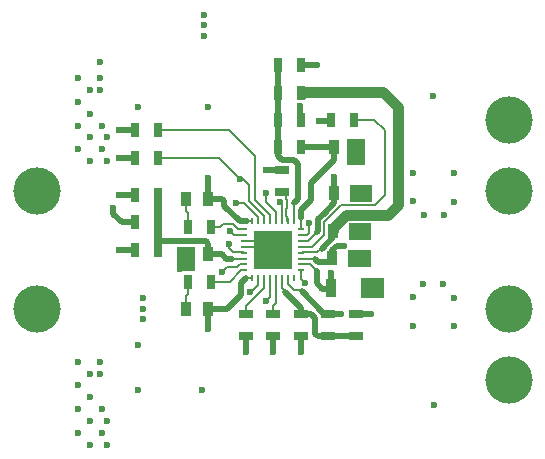
<source format=gbl>
G04*
G04 #@! TF.GenerationSoftware,Altium Limited,Altium Designer,18.0.12 (696)*
G04*
G04 Layer_Physical_Order=6*
G04 Layer_Color=16711680*
%FSLAX44Y44*%
%MOMM*%
G71*
G01*
G75*
%ADD10C,0.2000*%
%ADD23C,0.5000*%
%ADD24C,4.0000*%
%ADD25C,0.6000*%
%ADD31R,3.3000X3.3000*%
%ADD32R,0.6000X0.2300*%
%ADD33R,0.2300X0.6000*%
%ADD34R,1.3000X0.7000*%
%ADD35R,0.9000X1.6000*%
%ADD36R,0.9000X1.3000*%
%ADD37R,0.7000X1.3000*%
%ADD38C,0.9000*%
%ADD39C,0.7000*%
G36*
X328000Y344000D02*
Y322000D01*
X313000Y322000D01*
Y344000D01*
X328000Y344000D01*
D02*
G37*
G36*
X334000Y290559D02*
X315000D01*
Y305000D01*
X334000D01*
Y290559D01*
D02*
G37*
G36*
X333500Y258000D02*
X314500D01*
Y272421D01*
X314523Y272444D01*
X333500D01*
Y258000D01*
D02*
G37*
G36*
X333000Y235000D02*
X314000D01*
Y250000D01*
X333000D01*
Y235000D01*
D02*
G37*
G36*
X184000Y231500D02*
X173000D01*
Y231400D01*
X169000D01*
Y252412D01*
X184000D01*
Y231500D01*
D02*
G37*
G36*
X344000Y209000D02*
X325000D01*
Y226000D01*
X344000D01*
Y209000D01*
D02*
G37*
D10*
X335600Y360000D02*
X344700Y350900D01*
Y296000D02*
Y350900D01*
X336200Y287500D02*
X344700Y296000D01*
X216300Y248000D02*
X225500D01*
X213300Y251000D02*
X216300Y248000D01*
X225500D02*
X226000Y247500D01*
X261500Y285057D02*
X262000Y285557D01*
X257500Y274000D02*
Y288500D01*
X256000Y290000D02*
X257500Y288500D01*
X262000Y285557D02*
Y292485D01*
X261500Y292985D02*
Y297307D01*
Y292985D02*
X262000Y292485D01*
X258000Y298500D02*
X259193Y297307D01*
X261500D01*
X207915Y271400D02*
X216485D01*
X220385Y267500D01*
X226000D01*
X205515Y269000D02*
X207915Y271400D01*
X214000Y265400D02*
X216900Y262500D01*
X197500Y269000D02*
X205515D01*
X219000Y289400D02*
X225500D01*
X229800Y291243D02*
X229858D01*
X242500Y278601D01*
Y274000D02*
Y278601D01*
X230299Y284601D02*
X234893Y280007D01*
X230299Y284601D02*
X230299D01*
X225500Y289400D02*
X230299Y284601D01*
X235000Y291800D02*
X247500Y279300D01*
Y274000D02*
Y279300D01*
X237500Y274000D02*
Y277393D01*
X234893Y280000D02*
X237500Y277393D01*
X234893Y280000D02*
Y280007D01*
X235000Y291800D02*
Y329000D01*
X244000Y290271D02*
X252500Y281770D01*
Y274000D02*
Y281770D01*
X213000Y351000D02*
X235000Y329000D01*
X261500Y278622D02*
Y285057D01*
X244000Y290271D02*
Y298000D01*
X243330D02*
X244000D01*
X267500Y274000D02*
Y289100D01*
X262400Y274100D02*
Y277722D01*
X261500Y278622D02*
X262400Y277722D01*
X274500Y248000D02*
X287678D01*
X274000Y247500D02*
X274500Y248000D01*
X287700Y247978D02*
X287700D01*
X287678Y248000D02*
X287700Y247978D01*
X287700D02*
X290686Y250964D01*
X274000Y242500D02*
X285400D01*
X290686Y250964D02*
X291464D01*
X278500Y262500D02*
X280500Y264500D01*
X274000Y262500D02*
X278500D01*
X280500Y264500D02*
Y272700D01*
X293500Y273343D02*
X295257Y275100D01*
X293500Y262500D02*
Y273343D01*
X283500Y252500D02*
X293500Y262500D01*
X295278Y275100D02*
X307000Y286822D01*
X295257Y275100D02*
X295278D01*
X307000Y286822D02*
Y287000D01*
X279500Y257500D02*
X287000Y265000D01*
X274000Y252500D02*
X283500D01*
X307000Y287000D02*
X307500Y287500D01*
X317500Y360000D02*
X335600D01*
X274000Y267500D02*
Y276700D01*
Y257500D02*
X279500D01*
X307500Y287500D02*
X336200D01*
X273600Y215700D02*
X274700Y214600D01*
X267636Y215700D02*
X273600D01*
X262500Y220836D02*
X267636Y215700D01*
X262500Y220836D02*
Y226000D01*
X215200Y242500D02*
X226000D01*
X213300Y251000D02*
Y255200D01*
X274000Y242500D02*
X274000Y242500D01*
X242500Y217500D02*
Y226000D01*
X227000Y202000D02*
X242500Y217500D01*
X257500Y217300D02*
X260200Y214600D01*
X257500Y217300D02*
Y226000D01*
X257400Y225900D02*
X257500Y226000D01*
X252500Y204500D02*
Y226000D01*
X250000Y202000D02*
X252500Y204500D01*
X250000Y195500D02*
Y202000D01*
X230300Y214900D02*
X231300Y213900D01*
X207300Y231300D02*
X211172Y235172D01*
X207000Y231300D02*
X207300D01*
X197500Y223000D02*
X213414D01*
X222914Y232500D01*
X242500Y257500D02*
X247500Y252500D01*
X250000Y250000D01*
X226000Y252500D02*
X247500D01*
X226000Y257500D02*
X242500D01*
X216900Y262500D02*
X226000D01*
X220057Y235300D02*
X222257Y237500D01*
X211300Y235300D02*
X220057D01*
X222914Y232500D02*
X226000D01*
X222257Y237500D02*
X226000D01*
X178500Y212600D02*
Y223000D01*
X176500Y210600D02*
X178500Y212600D01*
X176500Y200000D02*
Y210600D01*
X226000Y262500D02*
X226000Y262500D01*
X178500Y269000D02*
Y281100D01*
X176500Y283100D02*
X178500Y281100D01*
X176500Y283100D02*
Y293000D01*
X227900Y274000D02*
X232500D01*
X227300Y226000D02*
X232500D01*
X257500Y274000D02*
X257600Y274100D01*
X262400D02*
X262500Y274000D01*
X211172Y235172D02*
X211300Y235300D01*
X229800Y291243D02*
Y304700D01*
X204000Y328000D02*
X222300Y309700D01*
Y309400D02*
X225100D01*
X229800Y304700D01*
X222300Y309400D02*
Y309700D01*
X152500Y351000D02*
X213000D01*
X237500Y220100D02*
Y226000D01*
X231300Y213900D02*
X237500Y220100D01*
X230300Y214500D02*
Y214900D01*
X152500Y328000D02*
X204000D01*
X274000Y267500D02*
X274000Y267500D01*
X281500Y237500D02*
X287000Y232000D01*
X274000Y237500D02*
X281500D01*
X274000Y225000D02*
X277000Y222000D01*
X274000Y225000D02*
Y232500D01*
X244500Y206500D02*
X247500Y209500D01*
Y226000D01*
X227000Y195500D02*
Y202000D01*
X211172Y235172D02*
X211172D01*
D23*
X207000Y293000D02*
X209000Y291000D01*
Y287000D02*
Y291000D01*
Y287000D02*
X222000Y274000D01*
X195500Y293000D02*
X207000D01*
X222000Y274000D02*
X227900D01*
X122000Y273000D02*
X133500D01*
X115000Y280000D02*
X122000Y273000D01*
X115000Y280000D02*
Y285000D01*
X282000Y306500D02*
X301500Y326000D01*
X282000Y291700D02*
Y306500D01*
X273947Y283647D02*
X282000Y291700D01*
X273947Y276753D02*
Y283647D01*
X254500Y337000D02*
Y383000D01*
X271400Y293000D02*
Y322600D01*
X267500Y289100D02*
X271400Y293000D01*
X288300Y239600D02*
X297500D01*
X285400Y242500D02*
X288300Y239600D01*
X297500D02*
X300500Y242600D01*
X304400Y253200D02*
X309900D01*
X300500Y249300D02*
X304400Y253200D01*
X300500Y242600D02*
Y249300D01*
X301500Y326000D02*
Y336600D01*
X301100Y337000D02*
X301500Y336600D01*
X273500Y337000D02*
X301100D01*
X268000Y326000D02*
X271400Y322600D01*
X288000Y266000D02*
Y275621D01*
X287000Y265000D02*
X288000Y266000D01*
Y275621D02*
X292979Y280600D01*
X293000D02*
X301500Y289100D01*
X292979Y280600D02*
X293000D01*
X301500Y289100D02*
Y297600D01*
X293700Y195600D02*
X307200D01*
X289500Y359100D02*
X299000D01*
X299500Y359600D01*
X273400Y360100D02*
Y371500D01*
Y360100D02*
X273500Y360000D01*
X274700Y214600D02*
X293700Y195600D01*
X210500Y242500D02*
X215200D01*
X152500Y257000D02*
X193000D01*
X207000Y246000D02*
X210500Y242500D01*
X152500Y250000D02*
Y257000D01*
X193000D02*
X195500Y254500D01*
Y246000D02*
Y254500D01*
Y246000D02*
X207000D01*
X291464Y250964D02*
X301000Y260500D01*
Y265600D01*
X273500Y383000D02*
X276400D01*
X254500D02*
Y406000D01*
X274000Y195500D02*
Y200200D01*
X262650Y211550D02*
X274000Y200200D01*
X260200Y214000D02*
X262650Y211550D01*
X262650D01*
X286000Y178500D02*
X288000Y176500D01*
X286000Y178500D02*
Y192000D01*
X282500Y195500D02*
X286000Y192000D01*
X288000Y176500D02*
X297000D01*
X222800Y212000D02*
Y221500D01*
X210800Y200000D02*
X222800Y212000D01*
X195500Y200000D02*
X210800D01*
X222800Y221500D02*
X227300Y226000D01*
X273500Y406000D02*
X287000D01*
X244500Y317500D02*
X258000D01*
X320000Y195500D02*
X333500D01*
X250000Y163000D02*
Y176500D01*
X301500Y297600D02*
Y311100D01*
X274000Y163000D02*
Y176500D01*
X227000Y163000D02*
Y176500D01*
X120000Y296000D02*
X133500D01*
X120000Y328000D02*
X133500D01*
X120000Y351000D02*
X133500D01*
X195500Y293000D02*
Y310500D01*
X258000Y326000D02*
X268000D01*
X254500Y329500D02*
X258000Y326000D01*
X254500Y329500D02*
Y337000D01*
X120000Y250000D02*
X133500D01*
X299500Y217600D02*
Y230100D01*
X298500Y216600D02*
X299500Y217600D01*
X293000Y216600D02*
X298500D01*
X287000Y222000D02*
X292000Y217000D01*
X287000Y222000D02*
Y232000D01*
X274000Y195500D02*
X282500D01*
X297000Y176500D02*
X297000Y176500D01*
X320000D01*
X195500Y182500D02*
Y200000D01*
D24*
X50000Y300000D02*
D03*
Y200000D02*
D03*
X450000Y140000D02*
D03*
Y360000D02*
D03*
Y200000D02*
D03*
Y300000D02*
D03*
D25*
X104000Y409000D02*
D03*
X385500Y380300D02*
D03*
X104000Y155000D02*
D03*
Y145000D02*
D03*
X95000D02*
D03*
X85000Y155000D02*
D03*
Y135000D02*
D03*
X95000Y125000D02*
D03*
X105000Y115000D02*
D03*
X85000D02*
D03*
X95000Y105000D02*
D03*
X105000Y95000D02*
D03*
X85000D02*
D03*
X95000Y85000D02*
D03*
X110000D02*
D03*
Y105000D02*
D03*
Y345000D02*
D03*
Y325000D02*
D03*
X95000D02*
D03*
X85000Y335000D02*
D03*
X105000D02*
D03*
X95000Y345000D02*
D03*
X85000Y355000D02*
D03*
X105000D02*
D03*
X95000Y365000D02*
D03*
X85000Y375000D02*
D03*
Y395000D02*
D03*
X95000Y385000D02*
D03*
X173000Y235400D02*
D03*
X180000D02*
D03*
X340000Y221000D02*
D03*
Y214000D02*
D03*
X329000Y246000D02*
D03*
Y239000D02*
D03*
X329500Y269000D02*
D03*
Y262000D02*
D03*
X330000Y294000D02*
D03*
X324000Y326000D02*
D03*
X377000Y221000D02*
D03*
X369000Y185000D02*
D03*
Y210000D02*
D03*
X394000Y221000D02*
D03*
X403000Y209000D02*
D03*
Y185000D02*
D03*
X369000Y315000D02*
D03*
Y291000D02*
D03*
X378000Y279000D02*
D03*
X403000Y290000D02*
D03*
Y315000D02*
D03*
X140000Y200000D02*
D03*
Y191000D02*
D03*
Y209000D02*
D03*
X192000Y431000D02*
D03*
Y449000D02*
D03*
X256000Y290000D02*
D03*
X214000Y265400D02*
D03*
X219000Y289400D02*
D03*
X244000Y298000D02*
D03*
X115000Y285000D02*
D03*
X280500Y272700D02*
D03*
X289500Y359100D02*
D03*
X273400Y371500D02*
D03*
X386500Y118800D02*
D03*
X309900Y253200D02*
D03*
X207000Y231300D02*
D03*
X239700Y260800D02*
D03*
X222300Y309400D02*
D03*
X230300Y214500D02*
D03*
X195000Y370950D02*
D03*
X190000Y130950D02*
D03*
X135950D02*
D03*
Y169050D02*
D03*
Y370950D02*
D03*
X395000Y279000D02*
D03*
X192000Y440000D02*
D03*
X104000Y385000D02*
D03*
Y395000D02*
D03*
X239700Y238500D02*
D03*
X260900D02*
D03*
Y260800D02*
D03*
X287000Y406000D02*
D03*
X244500Y317500D02*
D03*
X317000Y326000D02*
D03*
X330000Y301000D02*
D03*
X333500Y195500D02*
D03*
X250000Y163000D02*
D03*
X301500Y311100D02*
D03*
X274000Y163000D02*
D03*
X227000D02*
D03*
X120000Y296000D02*
D03*
X120000Y328000D02*
D03*
Y351000D02*
D03*
X195500Y310500D02*
D03*
X120000Y250000D02*
D03*
X299500Y230100D02*
D03*
X277000Y222000D02*
D03*
X307500Y195500D02*
D03*
X244500Y206500D02*
D03*
X195500Y182500D02*
D03*
X213300Y255200D02*
D03*
D31*
X250000Y250000D02*
D03*
D32*
X274000Y267500D02*
D03*
Y262500D02*
D03*
Y257500D02*
D03*
Y252500D02*
D03*
Y247500D02*
D03*
Y242500D02*
D03*
Y237500D02*
D03*
Y232500D02*
D03*
X226000D02*
D03*
Y237500D02*
D03*
Y242500D02*
D03*
Y247500D02*
D03*
Y252500D02*
D03*
Y257500D02*
D03*
Y262500D02*
D03*
Y267500D02*
D03*
D33*
X267500Y226000D02*
D03*
X262500D02*
D03*
X257500D02*
D03*
X252500D02*
D03*
X247500D02*
D03*
X242500D02*
D03*
X237500D02*
D03*
X232500D02*
D03*
Y274000D02*
D03*
X237500D02*
D03*
X242500D02*
D03*
X247500D02*
D03*
X252500D02*
D03*
X257500D02*
D03*
X262500D02*
D03*
X267500D02*
D03*
D34*
X227000Y176500D02*
D03*
Y195500D02*
D03*
X250000Y195500D02*
D03*
Y176500D02*
D03*
X274000Y176500D02*
D03*
Y195500D02*
D03*
X297000Y195500D02*
D03*
Y176500D02*
D03*
X320000Y176500D02*
D03*
Y195500D02*
D03*
X258000Y317500D02*
D03*
Y298500D02*
D03*
D35*
X299500Y217600D02*
D03*
X330500D02*
D03*
D36*
X300500Y242600D02*
D03*
X319500D02*
D03*
X320000Y265600D02*
D03*
X301000D02*
D03*
X301500Y297600D02*
D03*
X320500D02*
D03*
X320500Y336600D02*
D03*
X301500D02*
D03*
X176500Y200000D02*
D03*
X195500D02*
D03*
X195500Y246000D02*
D03*
X176500D02*
D03*
X195500Y293000D02*
D03*
X176500D02*
D03*
D37*
X299500Y359600D02*
D03*
X318500D02*
D03*
X273500Y337000D02*
D03*
X254500D02*
D03*
X254500Y360000D02*
D03*
X273500D02*
D03*
X273500Y383000D02*
D03*
X254500D02*
D03*
X273500Y406000D02*
D03*
X254500D02*
D03*
X197500Y223000D02*
D03*
X178500D02*
D03*
X178500Y269000D02*
D03*
X197500D02*
D03*
X133500Y250000D02*
D03*
X152500D02*
D03*
X152500Y273000D02*
D03*
X133500D02*
D03*
X152500Y296000D02*
D03*
X133500D02*
D03*
X133500Y328000D02*
D03*
X152500D02*
D03*
X133500Y351000D02*
D03*
X152500D02*
D03*
D38*
X356000Y287500D02*
Y370600D01*
X347500Y279000D02*
X356000Y287500D01*
X343500Y383100D02*
X356000Y370600D01*
X301000Y268192D02*
X311808Y279000D01*
X301000Y265600D02*
Y268192D01*
X311808Y279000D02*
X347500D01*
X347500Y279000D01*
X276500Y383100D02*
X343500D01*
X276400Y383000D02*
X276500Y383100D01*
D39*
X152500Y257000D02*
Y295500D01*
M02*

</source>
